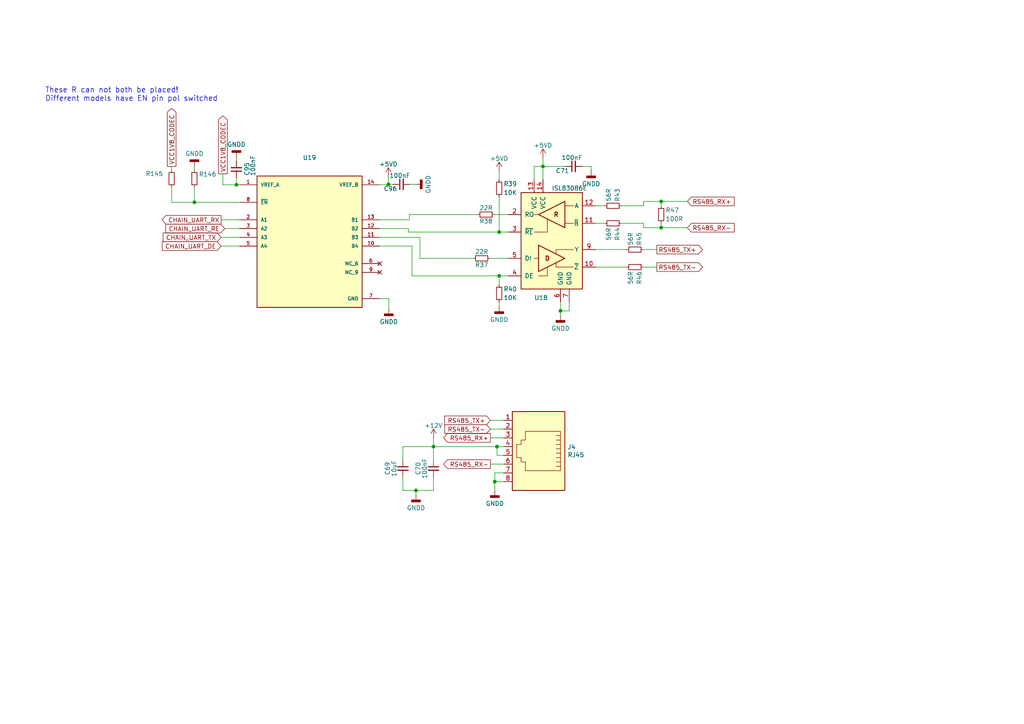
<source format=kicad_sch>
(kicad_sch (version 20211123) (generator eeschema)
  (paper "A4")
  (title_block (title "MOD DuoX - Bottom Board") (date "2022-01-26") (rev "Rev 2.0P2") (company "MOD Devices GmbH") (comment 1 "DuoX Audio processing board") (comment 2 "https://github.com/moddevices/mod-hw-duoX") (comment 3 "Inp Power: 12V 1A"))
  (lib_symbols
    (symbol "Connector:RJ45" (pin_names (offset 1.016))
      (property "Reference" "J" (at -5.08 13.97 0))
      (property "Value" "RJ45" (at 2.54 13.97 0))
      (symbol "RJ45_0_1"
        (polyline (pts (xy -5.08 4.445) (xy -6.35 4.445)))
        (polyline (pts (xy -5.08 5.715) (xy -6.35 5.715)))
        (polyline (pts (xy -6.35 -3.175) (xy -5.08 -3.175) (xy -5.08 -3.175)))
        (polyline (pts (xy -6.35 -1.905) (xy -5.08 -1.905) (xy -5.08 -1.905)))
        (polyline (pts (xy -6.35 -0.635) (xy -5.08 -0.635) (xy -5.08 -0.635)))
        (polyline (pts (xy -6.35 0.635) (xy -5.08 0.635) (xy -5.08 0.635)))
        (polyline (pts (xy -6.35 1.905) (xy -5.08 1.905) (xy -5.08 1.905)))
        (polyline (pts (xy -5.08 3.175) (xy -6.35 3.175) (xy -6.35 3.175)))
        (polyline (pts (xy -6.35 -4.445) (xy -6.35 6.985) (xy 3.81 6.985) (xy 3.81 4.445) (xy 5.08 4.445) (xy 5.08 3.175) (xy 6.35 3.175) (xy 6.35 -0.635) (xy 5.08 -0.635) (xy 5.08 -1.905) (xy 3.81 -1.905) (xy 3.81 -4.445) (xy -6.35 -4.445) (xy -6.35 -4.445)))
        (rectangle (start 7.62 12.7) (end -7.62 -10.16) (stroke (width 0.254)) (fill (type background)))
      )
      (symbol "RJ45_1_1"
        (pin passive line (at 10.16 -7.62 180) (length 2.54) (name "~") (number "1"))
        (pin passive line (at 10.16 -5.08 180) (length 2.54) (name "~") (number "2"))
        (pin passive line (at 10.16 -2.54 180) (length 2.54) (name "~") (number "3"))
        (pin passive line (at 10.16 0 180) (length 2.54) (name "~") (number "4"))
        (pin passive line (at 10.16 2.54 180) (length 2.54) (name "~") (number "5"))
        (pin passive line (at 10.16 5.08 180) (length 2.54) (name "~") (number "6"))
        (pin passive line (at 10.16 7.62 180) (length 2.54) (name "~") (number "7"))
        (pin passive line (at 10.16 10.16 180) (length 2.54) (name "~") (number "8"))
      )
    )
    (symbol "LSF0204DPWR:LSF0204DPWR" (pin_names (offset 1.016))
      (property "Reference" "U" (at -15.24 19.05 0))
      (property "Value" "LSF0204DPWR" (at -15.24 -22.86 0))
      (symbol "LSF0204DPWR_0_0"
        (rectangle (start -15.24 -20.32) (end 15.24 17.78) (stroke (width 0.254)) (fill (type background)))
        (pin input line (at -20.32 15.24 0) (length 5.08) (name "VREF_A") (number "1"))
        (pin bidirectional line (at 20.32 -2.54 180) (length 5.08) (name "B4") (number "10"))
        (pin bidirectional line (at 20.32 0 180) (length 5.08) (name "B3") (number "11"))
        (pin bidirectional line (at 20.32 2.54 180) (length 5.08) (name "B2") (number "12"))
        (pin bidirectional line (at 20.32 5.08 180) (length 5.08) (name "B1") (number "13"))
        (pin input line (at 20.32 15.24 180) (length 5.08) (name "VREF_B") (number "14"))
        (pin bidirectional line (at -20.32 5.08 0) (length 5.08) (name "A1") (number "2"))
        (pin bidirectional line (at -20.32 2.54 0) (length 5.08) (name "A2") (number "3"))
        (pin bidirectional line (at -20.32 0 0) (length 5.08) (name "A3") (number "4"))
        (pin bidirectional line (at -20.32 -2.54 0) (length 5.08) (name "A4") (number "5"))
        (pin no_connect line (at 20.32 -7.62 180) (length 5.08) (name "NC_6") (number "6"))
        (pin power_in line (at 20.32 -17.78 180) (length 5.08) (name "GND") (number "7"))
        (pin input line (at -20.32 10.16 0) (length 5.08) (name "~{EN}") (number "8"))
        (pin no_connect line (at 20.32 -10.16 180) (length 5.08) (name "NC_9") (number "9"))
      )
    )
    (symbol "bottom-board-rescue:+12V-power" (power) (pin_names (offset 0))
      (property "Value" "+12V-power" (at 0 3.556 0))
      (symbol "+12V-power_0_1"
        (polyline (pts (xy -0.762 1.27) (xy 0 2.54)))
        (polyline (pts (xy 0 0) (xy 0 2.54)))
        (polyline (pts (xy 0 2.54) (xy 0.762 1.27)))
      )
      (symbol "+12V-power_1_1"
        (pin power_in line (at 0 0 90) (length 0) hide (name "+12V") (number "1"))
      )
    )
    (symbol "bottom-board-rescue:+5VD-power" (power) (pin_names (offset 0))
      (property "Value" "+5VD-power" (at 0 3.556 0))
      (symbol "+5VD-power_0_1"
        (polyline (pts (xy -0.762 1.27) (xy 0 2.54)))
        (polyline (pts (xy 0 0) (xy 0 2.54)))
        (polyline (pts (xy 0 2.54) (xy 0.762 1.27)))
      )
      (symbol "+5VD-power_1_1"
        (pin power_in line (at 0 0 90) (length 0) hide (name "+5VD") (number "1"))
      )
    )
    (symbol "bottom-board-rescue:C_Small-Device" (pin_numbers hide) (pin_names (offset 0.254) hide)
      (property "Reference" "C" (at 0.254 1.778 0))
      (property "Value" "C_Small-Device" (at 0.254 -2.032 0))
      (symbol "C_Small-Device_0_1"
        (polyline (pts (xy -1.524 -0.508) (xy 1.524 -0.508)) (stroke (width 0.3302)))
        (polyline (pts (xy -1.524 0.508) (xy 1.524 0.508)) (stroke (width 0.3048)))
      )
      (symbol "C_Small-Device_1_1"
        (pin passive line (at 0 2.54 270) (length 2.032) (name "~") (number "1"))
        (pin passive line (at 0 -2.54 90) (length 2.032) (name "~") (number "2"))
      )
    )
    (symbol "bottom-board-rescue:GNDD-power" (power) (pin_names (offset 0))
      (property "Value" "GNDD-power" (at 0 -3.175 0))
      (symbol "GNDD-power_0_1"
        (rectangle (start -1.27 -1.524) (end 1.27 -2.032) (stroke (width 0.254)) (fill (type outline)))
        (polyline (pts (xy 0 0) (xy 0 -1.524)))
      )
      (symbol "GNDD-power_1_1"
        (pin power_in line (at 0 0 270) (length 0) hide (name "GNDD") (number "1"))
      )
    )
    (symbol "bottom-board-rescue:ISL83491-Interface_UART" (pin_names (offset 1.016))
      (property "Reference" "U" (at -7.62 -15.24 0))
      (property "Value" "ISL83491-Interface_UART" (at 0 15.24 0))
      (symbol "ISL83491-Interface_UART_0_0"
        (text "D" (at -1.27 -5.08 0) (effects (font (size 1.27 1.27) bold)))
        (text "R" (at 1.27 7.62 0) (effects (font (size 1.27 1.27) bold)))
      )
      (symbol "ISL83491-Interface_UART_0_1"
        (rectangle (start -8.89 13.97) (end 8.89 -13.97) (stroke (width 0.254)) (fill (type background)))
        (polyline (pts (xy -5.08 -5.08) (xy -3.81 -5.08)))
        (polyline (pts (xy -3.81 7.62) (xy -5.08 7.62)))
        (polyline (pts (xy 6.35 5.08) (xy 3.81 5.08) (xy 3.81 5.08)))
        (polyline (pts (xy 6.35 10.16) (xy 3.81 10.16) (xy 3.81 10.16)))
        (polyline (pts (xy -3.81 -10.16) (xy -1.27 -10.16) (xy -1.27 -7.62) (xy -1.27 -7.62)))
        (polyline (pts (xy -1.27 6.35) (xy -1.27 2.54) (xy -2.54 2.54) (xy -5.08 2.54)))
        (polyline (pts (xy 6.35 -7.62) (xy 1.27 -7.62) (xy 1.27 -6.35) (xy 1.27 -6.35)))
        (polyline (pts (xy 6.35 -2.54) (xy 1.27 -2.54) (xy 1.27 -3.81) (xy 1.27 -3.81)))
        (polyline (pts (xy -3.81 -1.27) (xy -3.81 -8.89) (xy 3.81 -5.08) (xy -3.81 -1.27) (xy -3.81 -1.27)) (stroke (width 0.254)))
        (polyline (pts (xy 3.81 11.43) (xy 3.81 3.81) (xy -3.81 7.62) (xy 3.81 11.43) (xy 3.81 11.43)) (stroke (width 0.254)))
      )
      (symbol "ISL83491-Interface_UART_1_1"
        (pin output line (at 12.7 -7.62 180) (length 3.81) (name "~{Z}") (number "10"))
        (pin input line (at 12.7 5.08 180) (length 3.81) (name "~{B}") (number "11"))
        (pin input line (at 12.7 10.16 180) (length 3.81) (name "A") (number "12"))
        (pin power_in line (at -5.08 17.78 270) (length 3.81) (name "VCC") (number "13"))
        (pin power_in line (at -2.54 17.78 270) (length 3.81) (name "VCC") (number "14"))
        (pin output line (at -12.7 7.62 0) (length 3.81) (name "RO") (number "2"))
        (pin input line (at -12.7 2.54 0) (length 3.81) (name "~{RE}") (number "3"))
        (pin input line (at -12.7 -10.16 0) (length 3.81) (name "DE") (number "4"))
        (pin input line (at -12.7 -5.08 0) (length 3.81) (name "DI") (number "5"))
        (pin power_in line (at 2.54 -17.78 90) (length 3.81) (name "GND") (number "6"))
        (pin power_in line (at 5.08 -17.78 90) (length 3.81) (name "GND") (number "7"))
        (pin output line (at 12.7 -2.54 180) (length 3.81) (name "Y") (number "9"))
      )
    )
    (symbol "bottom-board-rescue:R_Small-Device" (pin_numbers hide) (pin_names (offset 0.254) hide)
      (property "Reference" "R" (at 0.762 0.508 0))
      (property "Value" "R_Small-Device" (at 0.762 -1.016 0))
      (symbol "R_Small-Device_0_1"
        (rectangle (start -0.762 1.778) (end 0.762 -1.778) (stroke (width 0.2032)))
      )
      (symbol "R_Small-Device_1_1"
        (pin passive line (at 0 2.54 270) (length 0.762) (name "~") (number "1"))
        (pin passive line (at 0 -2.54 90) (length 0.762) (name "~") (number "2"))
      )
    )
  )
  (junction (at 144.145 129.54))
  (junction (at 191.77 66.04))
  (junction (at 157.48 48.26))
  (junction (at 125.73 129.54))
  (junction (at 143.51 139.7))
  (junction (at 56.388 58.674))
  (junction (at 162.56 90.17))
  (junction (at 68.58 53.594))
  (junction (at 144.78 80.01))
  (junction (at 191.77 58.42))
  (junction (at 120.65 142.24))
  (junction (at 112.649 53.467))
  (junction (at 144.78 67.31))
  (no_connect (at 110.109 76.454))
  (no_connect (at 110.109 78.994))
  (wire (pts (xy 64.135 68.834) (xy 69.469 68.834)))
  (wire (pts (xy 119.507 71.374) (xy 119.507 80.01)))
  (wire (pts (xy 120.65 142.24) (xy 125.73 142.24)))
  (wire (pts (xy 186.69 66.04) (xy 186.69 64.77)))
  (wire (pts (xy 110.109 71.374) (xy 119.507 71.374)))
  (wire (pts (xy 154.94 52.07) (xy 154.94 48.26)))
  (wire (pts (xy 146.05 132.08) (xy 144.145 132.08)))
  (wire (pts (xy 68.58 53.594) (xy 64.643 53.594)))
  (wire (pts (xy 143.51 139.7) (xy 143.51 142.24)))
  (wire (pts (xy 157.48 45.72) (xy 157.48 48.26)))
  (wire (pts (xy 112.776 86.614) (xy 112.776 89.535)))
  (wire (pts (xy 172.72 64.77) (xy 175.26 64.77)))
  (wire (pts (xy 120.65 143.51) (xy 120.65 142.24)))
  (wire (pts (xy 144.78 82.55) (xy 144.78 80.01)))
  (wire (pts (xy 146.05 124.46) (xy 142.24 124.46)))
  (wire (pts (xy 154.94 48.26) (xy 157.48 48.26)))
  (wire (pts (xy 121.793 74.93) (xy 137.16 74.93)))
  (wire (pts (xy 144.78 49.53) (xy 144.78 52.07)))
  (wire (pts (xy 116.84 142.24) (xy 120.65 142.24)))
  (wire (pts (xy 172.72 72.39) (xy 181.61 72.39)))
  (wire (pts (xy 191.77 59.69) (xy 191.77 58.42)))
  (wire (pts (xy 112.649 53.467) (xy 113.919 53.467)))
  (wire (pts (xy 186.69 72.39) (xy 190.5 72.39)))
  (wire (pts (xy 112.649 53.594) (xy 112.649 53.467)))
  (wire (pts (xy 49.784 48.26) (xy 49.784 49.276)))
  (wire (pts (xy 116.84 138.43) (xy 116.84 142.24)))
  (wire (pts (xy 64.135 63.754) (xy 69.469 63.754)))
  (wire (pts (xy 68.58 51.689) (xy 68.58 53.594)))
  (wire (pts (xy 68.58 45.72) (xy 68.58 46.609)))
  (wire (pts (xy 112.649 53.467) (xy 112.649 51.181)))
  (wire (pts (xy 186.69 64.77) (xy 180.34 64.77)))
  (wire (pts (xy 69.469 53.594) (xy 68.58 53.594)))
  (wire (pts (xy 165.1 87.63) (xy 165.1 90.17)))
  (wire (pts (xy 56.388 54.356) (xy 56.388 58.674)))
  (wire (pts (xy 186.69 58.42) (xy 186.69 59.69)))
  (wire (pts (xy 116.84 133.35) (xy 116.84 129.54)))
  (wire (pts (xy 165.1 90.17) (xy 162.56 90.17)))
  (wire (pts (xy 143.51 62.23) (xy 147.32 62.23)))
  (wire (pts (xy 142.24 127) (xy 146.05 127)))
  (wire (pts (xy 146.05 134.62) (xy 142.24 134.62)))
  (wire (pts (xy 144.78 67.31) (xy 147.32 67.31)))
  (wire (pts (xy 144.78 87.63) (xy 144.78 88.9)))
  (wire (pts (xy 118.491 67.31) (xy 118.491 66.294)))
  (wire (pts (xy 181.61 77.47) (xy 172.72 77.47)))
  (wire (pts (xy 116.84 129.54) (xy 125.73 129.54)))
  (wire (pts (xy 186.69 59.69) (xy 180.34 59.69)))
  (wire (pts (xy 191.77 58.42) (xy 199.39 58.42)))
  (wire (pts (xy 56.388 58.674) (xy 69.469 58.674)))
  (wire (pts (xy 144.78 57.15) (xy 144.78 67.31)))
  (wire (pts (xy 142.24 74.93) (xy 147.32 74.93)))
  (wire (pts (xy 191.77 66.04) (xy 199.39 66.04)))
  (wire (pts (xy 56.388 58.674) (xy 49.784 58.674)))
  (wire (pts (xy 143.51 137.16) (xy 146.05 137.16)))
  (wire (pts (xy 143.51 137.16) (xy 143.51 139.7)))
  (wire (pts (xy 64.135 71.374) (xy 69.469 71.374)))
  (wire (pts (xy 146.05 139.7) (xy 143.51 139.7)))
  (wire (pts (xy 144.78 80.01) (xy 147.32 80.01)))
  (wire (pts (xy 125.73 129.54) (xy 125.73 133.35)))
  (wire (pts (xy 144.145 132.08) (xy 144.145 129.54)))
  (wire (pts (xy 144.145 129.54) (xy 146.05 129.54)))
  (wire (pts (xy 186.69 77.47) (xy 190.5 77.47)))
  (wire (pts (xy 186.69 66.04) (xy 191.77 66.04)))
  (wire (pts (xy 125.73 129.54) (xy 144.145 129.54)))
  (wire (pts (xy 146.05 121.92) (xy 142.24 121.92)))
  (wire (pts (xy 121.793 68.834) (xy 110.109 68.834)))
  (wire (pts (xy 118.491 66.294) (xy 110.109 66.294)))
  (wire (pts (xy 157.48 48.26) (xy 157.48 52.07)))
  (wire (pts (xy 186.69 58.42) (xy 191.77 58.42)))
  (wire (pts (xy 65.151 66.294) (xy 69.469 66.294)))
  (wire (pts (xy 49.784 58.674) (xy 49.784 54.356)))
  (wire (pts (xy 118.491 67.31) (xy 144.78 67.31)))
  (wire (pts (xy 110.109 53.594) (xy 112.649 53.594)))
  (wire (pts (xy 118.745 62.23) (xy 118.745 63.754)))
  (wire (pts (xy 110.109 86.614) (xy 112.776 86.614)))
  (wire (pts (xy 162.56 90.17) (xy 162.56 91.44)))
  (wire (pts (xy 118.745 63.754) (xy 110.109 63.754)))
  (wire (pts (xy 191.77 64.77) (xy 191.77 66.04)))
  (wire (pts (xy 175.26 59.69) (xy 172.72 59.69)))
  (wire (pts (xy 157.48 48.26) (xy 163.83 48.26)))
  (wire (pts (xy 118.745 62.23) (xy 138.43 62.23)))
  (wire (pts (xy 121.793 74.93) (xy 121.793 68.834)))
  (wire (pts (xy 171.45 48.26) (xy 168.91 48.26)))
  (wire (pts (xy 125.73 127) (xy 125.73 129.54)))
  (wire (pts (xy 119.507 80.01) (xy 144.78 80.01)))
  (wire (pts (xy 118.999 53.467) (xy 120.396 53.467)))
  (wire (pts (xy 171.45 49.53) (xy 171.45 48.26)))
  (wire (pts (xy 56.388 48.387) (xy 56.388 49.276)))
  (wire (pts (xy 125.73 142.24) (xy 125.73 138.43)))
  (wire (pts (xy 64.643 53.594) (xy 64.643 50.419)))
  (wire (pts (xy 162.56 87.63) (xy 162.56 90.17)))
  (text "These R can not both be placed!\nDifferent models have EN pin pol switched" (at 13.081 29.591 0) (effects (font (size 1.524 1.524)) (justify left bottom)))
  (global_label "RS485_RX+" (shape output) (at 142.24 127 180) (property "Intersheet References" "${INTERSHEET_REFS}" (effects hide)))
  (global_label "VCC1V8_CODEC" (shape output) (at 49.784 48.26 90) (property "Intersheet References" "${INTERSHEET_REFS}" (effects hide)))
  (global_label "RS485_TX+" (shape output) (at 190.5 72.39 0) (property "Intersheet References" "${INTERSHEET_REFS}" (effects hide)))
  (global_label "VCC1V8_CODEC" (shape output) (at 64.643 50.419 90) (property "Intersheet References" "${INTERSHEET_REFS}" (effects hide)))
  (global_label "RS485_RX-" (shape input) (at 199.39 66.04 0) (property "Intersheet References" "${INTERSHEET_REFS}" (effects hide)))
  (global_label "RS485_TX+" (shape input) (at 142.24 121.92 180) (property "Intersheet References" "${INTERSHEET_REFS}" (effects hide)))
  (global_label "CHAIN_UART_TX" (shape input) (at 64.135 68.834 180) (property "Intersheet References" "${INTERSHEET_REFS}" (effects hide)))
  (global_label "RS485_TX-" (shape output) (at 190.5 77.47 0) (property "Intersheet References" "${INTERSHEET_REFS}" (effects hide)))
  (global_label "CHAIN_UART_RX" (shape output) (at 64.135 63.754 180) (property "Intersheet References" "${INTERSHEET_REFS}" (effects hide)))
  (global_label "RS485_RX-" (shape output) (at 142.24 134.62 180) (property "Intersheet References" "${INTERSHEET_REFS}" (effects hide)))
  (global_label "RS485_TX-" (shape input) (at 142.24 124.46 180) (property "Intersheet References" "${INTERSHEET_REFS}" (effects hide)))
  (global_label "RS485_RX+" (shape input) (at 199.39 58.42 0) (property "Intersheet References" "${INTERSHEET_REFS}" (effects hide)))
  (global_label "CHAIN_UART_RE" (shape input) (at 65.151 66.294 180) (property "Intersheet References" "${INTERSHEET_REFS}" (effects hide)))
  (global_label "CHAIN_UART_DE" (shape input) (at 64.135 71.374 180) (property "Intersheet References" "${INTERSHEET_REFS}" (effects hide)))
  (symbol (lib_id "bottom-board-rescue:GNDD-power") (at 171.45 49.53 0) (mirror y) (unit 1)
    (property "Reference" "#PWR0185" (effects hide))
    (property "Value" "GNDD" (at 171.45 53.34 0))
  )
  (symbol (lib_id "bottom-board-rescue:GNDD-power") (at 162.56 91.44 0) (unit 1)
    (property "Reference" "#PWR0182" (effects hide))
    (property "Value" "GNDD" (at 162.56 95.25 0))
  )
  (symbol (lib_id "bottom-board-rescue:R_Small-Device") (at 191.77 62.23 0) (unit 1)
    (property "Reference" "R47" (at 193.04 60.96 0) (effects (justify left)))
    (property "Value" "100R" (at 193.04 63.5 0) (effects (justify left)))
    (property "Footprint" "Resistor_SMD:R_0603_1608Metric" (effects hide))
    (property "MPN" "RT0603DRD07100RL" (effects hide))
  )
  (symbol (lib_id "bottom-board-rescue:R_Small-Device") (at 177.8 59.69 270) (unit 1)
    (property "Reference" "R43" (at 179.07 54.61 0) (effects (justify left)))
    (property "Value" "56R" (at 176.53 54.61 0) (effects (justify left)))
    (property "Footprint" "Resistor_SMD:R_0603_1608Metric" (effects hide))
    (property "MPN" "CRGCQ0603F56R" (effects hide))
  )
  (symbol (lib_id "bottom-board-rescue:C_Small-Device") (at 166.37 48.26 90) (mirror x) (unit 1)
    (property "Reference" "C71" (at 165.1 49.53 90) (effects (justify left)))
    (property "Value" "100nF" (at 168.91 45.72 90) (effects (justify left)))
    (property "Footprint" "Capacitor_SMD:C_0603_1608Metric" (effects hide))
    (property "MPN" "GCM188R71C104KA37D" (effects hide))
  )
  (symbol (lib_id "bottom-board-rescue:ISL83491-Interface_UART") (at 160.02 69.85 0) (unit 1)
    (property "Reference" "U18" (at 154.94 86.36 0) (effects (justify left)))
    (property "Value" "ISL83086E" (at 160.02 54.61 0) (effects (justify left)))
    (property "Footprint" "Package_SO:SOIC-14_3.9x8.7mm_P1.27mm" (effects hide))
    (property "Datasheet" "https://www.intersil.com/content/dam/Intersil/documents/isl8/isl83080e-82e-83e-84e-85e-86e-88e.pdf" (effects hide))
    (property "MPN" "ISL83491IBZ" (effects hide))
  )
  (symbol (lib_id "bottom-board-rescue:R_Small-Device") (at 144.78 54.61 0) (unit 1)
    (property "Reference" "R39" (at 146.05 53.34 0) (effects (justify left)))
    (property "Value" "10K" (at 146.05 55.88 0) (effects (justify left)))
    (property "Footprint" "Resistor_SMD:R_0603_1608Metric" (effects hide))
    (property "MPN" "RR0816P-103-D" (effects hide))
  )
  (symbol (lib_id "bottom-board-rescue:R_Small-Device") (at 144.78 85.09 0) (unit 1)
    (property "Reference" "R40" (at 146.05 83.82 0) (effects (justify left)))
    (property "Value" "10K" (at 146.05 86.36 0) (effects (justify left)))
    (property "Footprint" "Resistor_SMD:R_0603_1608Metric" (effects hide))
    (property "MPN" "RR0816P-103-D" (effects hide))
  )
  (symbol (lib_id "bottom-board-rescue:GNDD-power") (at 144.78 88.9 0) (unit 1)
    (property "Reference" "#PWR0179" (effects hide))
    (property "Value" "GNDD" (at 144.78 92.71 0))
  )
  (symbol (lib_id "bottom-board-rescue:GNDD-power") (at 143.51 142.24 0) (unit 1)
    (property "Reference" "#PWR0177" (effects hide))
    (property "Value" "GNDD" (at 143.51 146.05 0))
  )
  (symbol (lib_id "bottom-board-rescue:GNDD-power") (at 120.65 143.51 0) (unit 1)
    (property "Reference" "#PWR0175" (effects hide))
    (property "Value" "GNDD" (at 120.65 147.32 0))
  )
  (symbol (lib_id "bottom-board-rescue:+12V-power") (at 125.73 127 0) (unit 1)
    (property "Reference" "#PWR0176" (effects hide))
    (property "Value" "+12V" (at 125.73 123.444 0))
  )
  (symbol (lib_id "bottom-board-rescue:R_Small-Device") (at 139.7 74.93 90) (unit 1)
    (property "Reference" "R37" (at 139.7 76.835 90))
    (property "Value" "22R" (at 139.7 73.025 90))
    (property "Footprint" "Resistor_SMD:R_0603_1608Metric" (effects hide))
    (property "MPN" "RMCF0603JT22R0" (effects hide))
  )
  (symbol (lib_id "bottom-board-rescue:C_Small-Device") (at 116.84 135.89 0) (unit 1)
    (property "Reference" "C69" (at 112.395 135.89 90))
    (property "Value" "10uF" (at 114.3 135.89 90))
    (property "Footprint" "Capacitor_SMD:C_0805_2012Metric" (effects hide))
    (property "MPN" "GRM219R61E106KA12D" (effects hide))
  )
  (symbol (lib_id "bottom-board-rescue:C_Small-Device") (at 125.73 135.89 0) (mirror y) (unit 1)
    (property "Reference" "C70" (at 121.285 135.89 90))
    (property "Value" "100nF" (at 123.19 135.89 90))
    (property "Footprint" "Capacitor_SMD:C_0603_1608Metric" (effects hide))
    (property "MPN" "GCM188R71C104KA37D" (effects hide))
  )
  (symbol (lib_id "bottom-board-rescue:R_Small-Device") (at 140.97 62.23 90) (unit 1)
    (property "Reference" "R38" (at 140.97 64.135 90))
    (property "Value" "22R" (at 140.97 60.325 90))
    (property "Footprint" "Resistor_SMD:R_0603_1608Metric" (effects hide))
    (property "MPN" "RMCF0603JT22R0" (effects hide))
  )
  (symbol (lib_id "bottom-board-rescue:R_Small-Device") (at 177.8 64.77 270) (mirror x) (unit 1)
    (property "Reference" "R44" (at 179.07 69.85 0) (effects (justify left)))
    (property "Value" "56R" (at 176.53 69.85 0) (effects (justify left)))
    (property "Footprint" "Resistor_SMD:R_0603_1608Metric" (effects hide))
    (property "MPN" "CRGCQ0603F56R" (effects hide))
  )
  (symbol (lib_id "bottom-board-rescue:R_Small-Device") (at 184.15 72.39 270) (unit 1)
    (property "Reference" "R45" (at 185.42 67.31 0) (effects (justify left)))
    (property "Value" "56R" (at 182.88 67.31 0) (effects (justify left)))
    (property "Footprint" "Resistor_SMD:R_0603_1608Metric" (effects hide))
    (property "MPN" "CRGCQ0603F56R" (effects hide))
  )
  (symbol (lib_id "bottom-board-rescue:R_Small-Device") (at 184.15 77.47 270) (mirror x) (unit 1)
    (property "Reference" "R46" (at 185.42 82.55 0) (effects (justify left)))
    (property "Value" "56R" (at 182.88 82.55 0) (effects (justify left)))
    (property "Footprint" "Resistor_SMD:R_0603_1608Metric" (effects hide))
    (property "MPN" "CRGCQ0603F56R" (effects hide))
  )
  (symbol (lib_id "bottom-board-rescue:+5VD-power") (at 157.48 45.72 0) (unit 1)
    (property "Reference" "#PWR0171" (effects hide))
    (property "Value" "+5VD" (at 157.48 42.164 0))
  )
  (symbol (lib_id "bottom-board-rescue:+5VD-power") (at 144.78 49.53 0) (unit 1)
    (property "Reference" "#PWR077" (effects hide))
    (property "Value" "+5VD" (at 144.78 45.974 0))
  )
  (symbol (lib_id "Connector:RJ45") (at 156.21 129.54 180) (unit 1)
    (property "Reference" "J4" (at 164.592 129.6416 0) (effects (justify right)))
    (property "Value" "RJ45" (at 164.592 131.953 0) (effects (justify right)))
    (property "Footprint" "digikey-footprints:Ethernet_Jack_54602-908LF" (effects hide))
    (property "MPN" "54602-908LF" (effects hide))
  )
  (symbol (lib_id "bottom-board-rescue:C_Small-Device") (at 116.459 53.467 90) (mirror x) (unit 1)
    (property "Reference" "C96" (at 115.189 54.737 90) (effects (justify left)))
    (property "Value" "100nF" (at 118.999 50.927 90) (effects (justify left)))
    (property "Footprint" "Capacitor_SMD:C_0603_1608Metric" (effects hide))
    (property "MPN" "GCM188R71C104KA37D" (effects hide))
  )
  (symbol (lib_id "bottom-board-rescue:GNDD-power") (at 120.396 53.467 90) (unit 1)
    (property "Reference" "#PWR05" (effects hide))
    (property "Value" "GNDD" (at 124.206 53.467 0))
  )
  (symbol (lib_id "bottom-board-rescue:GNDD-power") (at 56.388 48.387 180) (unit 1)
    (property "Reference" "#PWR0342" (effects hide))
    (property "Value" "GNDD" (at 56.388 44.577 0))
  )
  (symbol (lib_id "bottom-board-rescue:GNDD-power") (at 68.58 45.72 180) (unit 1)
    (property "Reference" "#PWR03" (effects hide))
    (property "Value" "GNDD" (at 68.58 41.91 0))
  )
  (symbol (lib_id "bottom-board-rescue:R_Small-Device") (at 49.784 51.816 0) (unit 1)
    (property "Reference" "R145" (at 42.2148 50.3936 0) (effects (justify left)))
    (property "MPN" "CRG0603ZR" (effects hide))
  )
  (symbol (lib_id "bottom-board-rescue:GNDD-power") (at 112.776 89.535 0) (unit 1)
    (property "Reference" "#PWR0340" (effects hide))
    (property "Value" "GNDD" (at 112.776 93.345 0))
  )
  (symbol (lib_id "LSF0204DPWR:LSF0204DPWR") (at 89.789 68.834 0) (unit 1)
    (property "Reference" "U19" (at 89.789 45.72 0))
    (property "MPN" "TXS0104EPWR" (effects hide))
  )
  (symbol (lib_id "bottom-board-rescue:+5VD-power") (at 112.649 51.181 0) (unit 1)
    (property "Reference" "#PWR0341" (effects hide))
    (property "Value" "+5VD" (at 112.649 47.625 0))
  )
  (symbol (lib_id "bottom-board-rescue:C_Small-Device") (at 68.58 49.149 0) (mirror x) (unit 1)
    (property "Reference" "C95" (at 71.628 47.0408 90) (effects (justify left)))
    (property "Value" "100nF" (at 73.3552 45.0088 90) (effects (justify left)))
    (property "Footprint" "Capacitor_SMD:C_0603_1608Metric" (effects hide))
    (property "MPN" "GCM188R71C104KA37D" (effects hide))
  )
  (symbol (lib_id "bottom-board-rescue:R_Small-Device") (at 56.388 51.816 0) (unit 1)
    (property "Reference" "R146" (at 57.658 50.546 0) (effects (justify left)))
    (property "MPN" "RMCF0603JT100K" (effects hide))
  )
)
</source>
